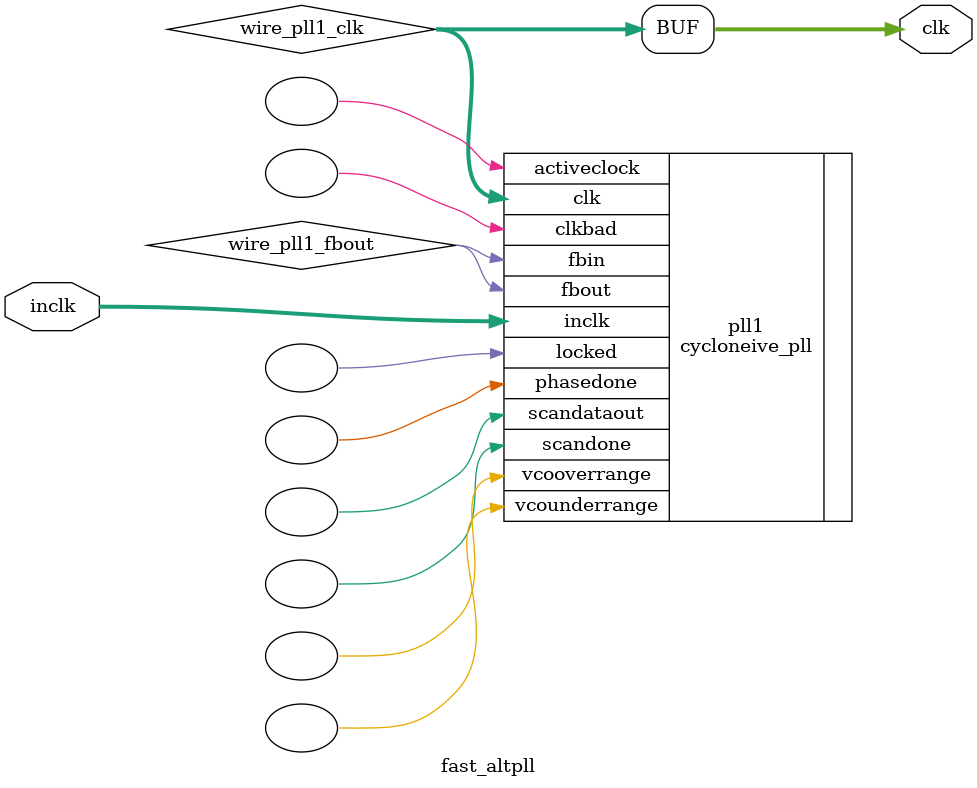
<source format=v>






//synthesis_resources = cycloneive_pll 1 
//synopsys translate_off
`timescale 1 ps / 1 ps
//synopsys translate_on
module  fast_altpll
	( 
	clk,
	inclk) /* synthesis synthesis_clearbox=1 */;
	output   [4:0]  clk;
	input   [1:0]  inclk;
`ifndef ALTERA_RESERVED_QIS
// synopsys translate_off
`endif
	tri0   [1:0]  inclk;
`ifndef ALTERA_RESERVED_QIS
// synopsys translate_on
`endif

	wire  [4:0]   wire_pll1_clk;
	wire  wire_pll1_fbout;

	cycloneive_pll   pll1
	( 
	.activeclock(),
	.clk(wire_pll1_clk),
	.clkbad(),
	.fbin(wire_pll1_fbout),
	.fbout(wire_pll1_fbout),
	.inclk(inclk),
	.locked(),
	.phasedone(),
	.scandataout(),
	.scandone(),
	.vcooverrange(),
	.vcounderrange()
	`ifndef FORMAL_VERIFICATION
	// synopsys translate_off
	`endif
	,
	.areset(1'b0),
	.clkswitch(1'b0),
	.configupdate(1'b0),
	.pfdena(1'b1),
	.phasecounterselect({3{1'b0}}),
	.phasestep(1'b0),
	.phaseupdown(1'b0),
	.scanclk(1'b0),
	.scanclkena(1'b1),
	.scandata(1'b0)
	`ifndef FORMAL_VERIFICATION
	// synopsys translate_on
	`endif
	);
	defparam
		pll1.bandwidth_type = "auto",
		pll1.clk0_divide_by = 1,
		pll1.clk0_duty_cycle = 50,
		pll1.clk0_multiply_by = 1,
		pll1.clk0_phase_shift = "0",
		pll1.compensate_clock = "clk0",
		pll1.inclk0_input_frequency = 10000,
		pll1.operation_mode = "normal",
		pll1.pll_type = "auto",
		pll1.lpm_type = "cycloneive_pll";
	assign
		clk = {wire_pll1_clk[4:0]};
endmodule //fast_altpll
//VALID FILE

</source>
